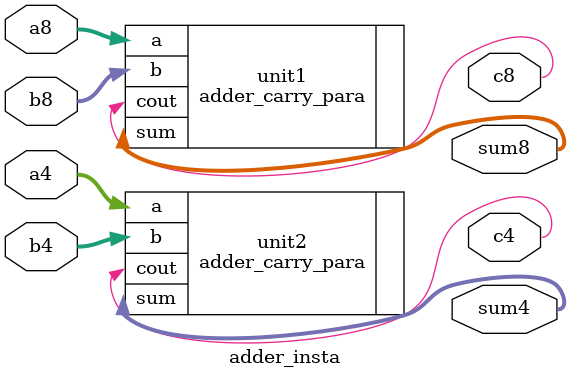
<source format=sv>
module adder_insta
   (
     input  logic [3:0] a4, b4,
     output logic [3:0] sum4,
     output logic c4,
     input  logic [7:0] a8, b8,
     output logic [7:0] sum8,
     output logic c8
   );

   // instantiate 8-bit adder
   adder_carry_para #(.N(8)) unit1
      (.a(a8), .b(b8), .sum(sum8), .cout(c8));

   // instantiate 4-bit adder
   adder_carry_para unit2
      (.a(a4), .b(b4), .sum(sum4), .cout(c4));
endmodule
</source>
